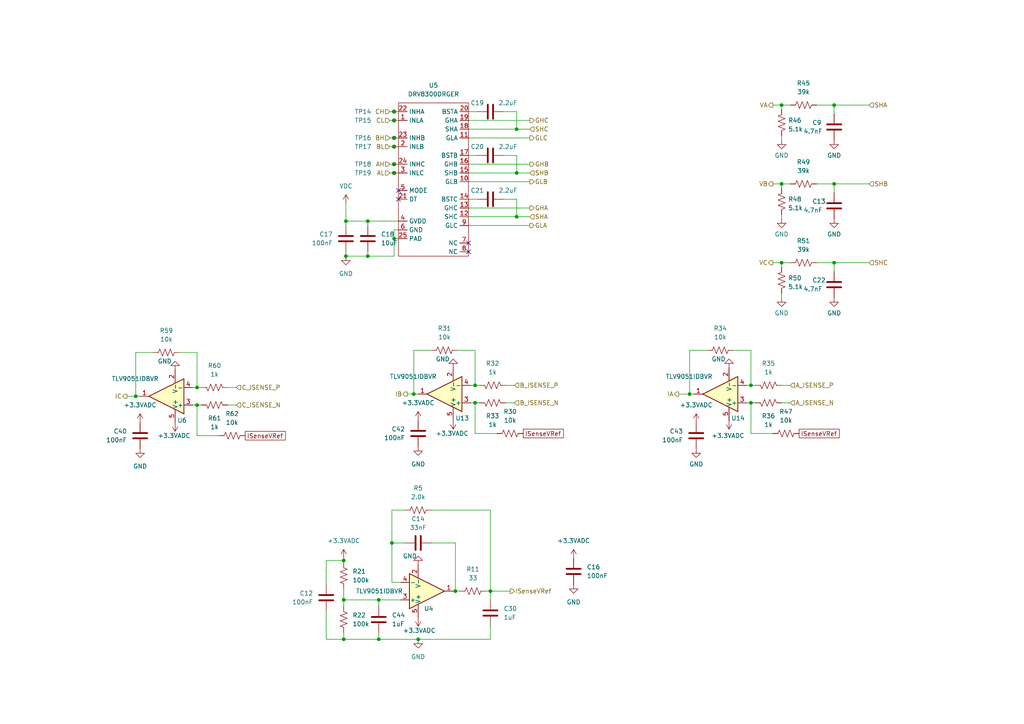
<source format=kicad_sch>
(kicad_sch (version 20230121) (generator eeschema)
  (paper "A4")
  (lib_symbols
    (symbol "Connector:TestPoint_Small" (pin_numbers hide) (pin_names (offset 0.762) hide)
      (property "Reference" "TP" (at 0 3.81 0))
      (property "Value" "TestPoint_Small" (at 0 2.032 0))
      (symbol "TestPoint_Small_0_1"
        (circle (center 0 0) (radius 0.508))
      )
      (symbol "TestPoint_Small_1_1"
        (pin passive line (at 0 0 90) (length 0) (name "1") (number "1"))
      )
    )
    (symbol "Device:C" (pin_numbers hide) (pin_names (offset 0.254))
      (property "Reference" "C" (at 0.635 2.54 0))
      (property "Value" "C" (at 0.635 -2.54 0))
      (symbol "C_0_1"
        (polyline (pts (xy -2.032 -0.762) (xy 2.032 -0.762)) (stroke (width 0.508)))
        (polyline (pts (xy -2.032 0.762) (xy 2.032 0.762)) (stroke (width 0.508)))
      )
      (symbol "C_1_1"
        (pin passive line (at 0 3.81 270) (length 2.794) (name "~") (number "1"))
        (pin passive line (at 0 -3.81 90) (length 2.794) (name "~") (number "2"))
      )
    )
    (symbol "Device:R_US" (pin_numbers hide) (pin_names (offset 0))
      (property "Reference" "R" (at 2.54 0 90))
      (property "Value" "R_US" (at -2.54 0 90))
      (symbol "R_US_0_1"
        (polyline (pts (xy 0 -2.286) (xy 0 -2.54)))
        (polyline (pts (xy 0 2.286) (xy 0 2.54)))
        (polyline (pts (xy 0 -0.762) (xy 1.016 -1.143) (xy 0 -1.524) (xy -1.016 -1.905) (xy 0 -2.286)))
        (polyline (pts (xy 0 0.762) (xy 1.016 0.381) (xy 0 0) (xy -1.016 -0.381) (xy 0 -0.762)))
        (polyline (pts (xy 0 2.286) (xy 1.016 1.905) (xy 0 1.524) (xy -1.016 1.143) (xy 0 0.762)))
      )
      (symbol "R_US_1_1"
        (pin passive line (at 0 3.81 270) (length 1.27) (name "~") (number "1"))
        (pin passive line (at 0 -3.81 90) (length 1.27) (name "~") (number "2"))
      )
    )
    (symbol "GateDrivers:DRV8300DRGER"
      (property "Reference" "U?" (at 0 20.32 0))
      (property "Value" "DRV8300DRGER" (at 0 -26.67 0))
      (symbol "DRV8300DRGER_0_1"
        (rectangle (start -10.16 19.05) (end 10.16 -25.4))
      )
      (symbol "DRV8300DRGER_1_1"
        (pin input line (at -10.16 13.97 0) (length 2.54) (name "INLA") (number "1"))
        (pin output line (at 10.16 -3.81 180) (length 2.54) (name "GLB") (number "10"))
        (pin output line (at 10.16 8.89 180) (length 2.54) (name "GLA") (number "11"))
        (pin input line (at 10.16 -13.97 180) (length 2.54) (name "SHC") (number "12"))
        (pin output line (at 10.16 -11.43 180) (length 2.54) (name "GHC") (number "13"))
        (pin output line (at 10.16 -8.89 180) (length 2.54) (name "BSTC") (number "14"))
        (pin input line (at 10.16 -1.27 180) (length 2.54) (name "SHB") (number "15"))
        (pin output line (at 10.16 1.27 180) (length 2.54) (name "GHB") (number "16"))
        (pin output line (at 10.16 3.81 180) (length 2.54) (name "BSTB") (number "17"))
        (pin input line (at 10.16 11.43 180) (length 2.54) (name "SHA") (number "18"))
        (pin output line (at 10.16 13.97 180) (length 2.54) (name "GHA") (number "19"))
        (pin input line (at -10.16 6.35 0) (length 2.54) (name "INLB") (number "2"))
        (pin output line (at 10.16 16.51 180) (length 2.54) (name "BSTA") (number "20"))
        (pin input line (at -10.16 -8.89 0) (length 2.54) (name "DT") (number "21"))
        (pin input line (at -10.16 16.51 0) (length 2.54) (name "INHA") (number "22"))
        (pin input line (at -10.16 8.89 0) (length 2.54) (name "INHB") (number "23"))
        (pin input line (at -10.16 1.27 0) (length 2.54) (name "INHC") (number "24"))
        (pin passive line (at -10.16 -20.32 0) (length 2.54) (name "PAD") (number "25"))
        (pin input line (at -10.16 -1.27 0) (length 2.54) (name "INLC") (number "3"))
        (pin power_in line (at -10.16 -15.24 0) (length 2.54) (name "GVDD") (number "4"))
        (pin input line (at -10.16 -6.35 0) (length 2.54) (name "MODE") (number "5"))
        (pin passive line (at -10.16 -17.78 0) (length 2.54) (name "GND") (number "6"))
        (pin passive line (at 10.16 -21.59 180) (length 2.54) (name "NC") (number "7"))
        (pin passive line (at 10.16 -24.13 180) (length 2.54) (name "NC") (number "8"))
        (pin output line (at 10.16 -16.51 180) (length 2.54) (name "GLC") (number "9"))
      )
    )
    (symbol "TLV9001IDCK_2" (pin_names (offset 0.127))
      (property "Reference" "U13" (at 0.5206 10.16 0))
      (property "Value" "TLV9001IDCK_2" (at -16.51 3.81 0))
      (symbol "TLV9001IDCK_2_0_1"
        (polyline (pts (xy -2.54 5.08) (xy -2.54 -5.08) (xy 7.62 0) (xy -2.54 5.08)) (stroke (width 0.254)) (fill (type background)))
      )
      (symbol "TLV9001IDCK_2_1_1"
        (pin output line (at 10.16 0 180) (length 2.54) (name "~") (number "1"))
        (pin power_in line (at 0 -7.62 90) (length 3.81) (name "V-") (number "2"))
        (pin input line (at -5.08 2.54 0) (length 2.54) (name "+") (number "3"))
        (pin input line (at -5.08 -2.54 0) (length 2.54) (name "-") (number "4"))
        (pin power_in line (at 0 7.62 270) (length 3.81) (name "V+") (number "5"))
      )
    )
    (symbol "power:+3.3VADC" (power) (pin_names (offset 0))
      (property "Value" "+3.3VADC" (at 0 2.54 0))
      (symbol "+3.3VADC_0_0"
        (pin power_in line (at 0 0 90) (length 0) hide (name "+3.3VADC") (number "1"))
      )
      (symbol "+3.3VADC_0_1"
        (polyline (pts (xy -0.762 1.27) (xy 0 2.54)))
        (polyline (pts (xy 0 0) (xy 0 2.54)))
        (polyline (pts (xy 0 2.54) (xy 0.762 1.27)))
      )
    )
    (symbol "power:GND" (power) (pin_names (offset 0))
      (property "Value" "GND" (at 0 -3.81 0))
      (symbol "GND_0_1"
        (polyline (pts (xy 0 0) (xy 0 -1.27) (xy 1.27 -1.27) (xy 0 -2.54) (xy -1.27 -1.27) (xy 0 -1.27)))
      )
      (symbol "GND_1_1"
        (pin power_in line (at 0 0 270) (length 0) hide (name "GND") (number "1"))
      )
    )
    (symbol "power:VDC" (power) (pin_names (offset 0))
      (property "Value" "VDC" (at 0 6.35 0))
      (symbol "VDC_0_1"
        (polyline (pts (xy -0.762 1.27) (xy 0 2.54)))
        (polyline (pts (xy 0 0) (xy 0 2.54)))
        (polyline (pts (xy 0 2.54) (xy 0.762 1.27)))
      )
      (symbol "VDC_1_1"
        (pin power_in line (at 0 0 90) (length 0) hide (name "VDC") (number "1"))
      )
    )
  )
  (junction (at 109.855 185.42))
  (junction (at 99.695 162.56))
  (junction (at 149.86 37.465))
  (junction (at 114.3 34.925))
  (junction (at 137.795 111.76))
  (junction (at 114.3 47.625))
  (junction (at 113.665 157.48))
  (junction (at 149.86 62.865))
  (junction (at 106.68 74.295))
  (junction (at 149.86 50.165))
  (junction (at 99.695 173.99))
  (junction (at 114.3 50.165))
  (junction (at 217.805 116.84))
  (junction (at 114.3 69.215))
  (junction (at 39.37 114.935))
  (junction (at 106.68 64.135))
  (junction (at 241.935 30.48))
  (junction (at 132.08 171.45))
  (junction (at 57.15 117.475))
  (junction (at 120.015 114.3))
  (junction (at 142.24 171.45))
  (junction (at 57.15 112.395))
  (junction (at 226.695 53.34))
  (junction (at 114.3 32.385))
  (junction (at 100.33 64.135))
  (junction (at 241.935 53.34))
  (junction (at 114.3 42.545))
  (junction (at 137.795 116.84))
  (junction (at 114.3 40.005))
  (junction (at 121.285 185.42))
  (junction (at 226.695 30.48))
  (junction (at 241.935 76.2))
  (junction (at 200.025 114.3))
  (junction (at 100.33 74.295))
  (junction (at 109.855 173.99))
  (junction (at 226.695 76.2))
  (junction (at 217.805 111.76))
  (junction (at 99.695 185.42))
  (no_connect (at 115.57 55.245))
  (no_connect (at 115.57 57.785))
  (no_connect (at 135.89 70.485))
  (no_connect (at 135.89 73.025))
  (wire (pts (xy 113.03 40.005) (xy 114.3 40.005)))
  (wire (pts (xy 205.105 101.6) (xy 200.025 101.6)))
  (wire (pts (xy 114.3 47.625) (xy 115.57 47.625)))
  (wire (pts (xy 100.33 64.135) (xy 100.33 65.405)))
  (wire (pts (xy 113.03 34.925) (xy 114.3 34.925)))
  (wire (pts (xy 114.3 40.005) (xy 115.57 40.005)))
  (wire (pts (xy 135.89 34.925) (xy 153.67 34.925)))
  (wire (pts (xy 217.805 116.84) (xy 219.075 116.84)))
  (wire (pts (xy 121.285 185.42) (xy 142.24 185.42)))
  (wire (pts (xy 217.805 116.84) (xy 217.805 125.73)))
  (wire (pts (xy 200.025 101.6) (xy 200.025 114.3)))
  (wire (pts (xy 132.08 171.45) (xy 133.35 171.45)))
  (wire (pts (xy 135.89 45.085) (xy 138.43 45.085)))
  (wire (pts (xy 131.445 171.45) (xy 132.08 171.45)))
  (wire (pts (xy 135.89 60.325) (xy 153.67 60.325)))
  (wire (pts (xy 114.3 34.925) (xy 115.57 34.925)))
  (wire (pts (xy 109.855 183.515) (xy 109.855 185.42)))
  (wire (pts (xy 149.86 62.865) (xy 153.67 62.865)))
  (wire (pts (xy 94.615 185.42) (xy 99.695 185.42)))
  (wire (pts (xy 106.68 64.135) (xy 115.57 64.135)))
  (wire (pts (xy 226.695 85.09) (xy 226.695 86.36)))
  (wire (pts (xy 224.155 76.2) (xy 226.695 76.2)))
  (wire (pts (xy 100.33 73.025) (xy 100.33 74.295)))
  (wire (pts (xy 217.805 101.6) (xy 217.805 111.76)))
  (wire (pts (xy 226.695 76.2) (xy 226.695 77.47)))
  (wire (pts (xy 114.3 32.385) (xy 115.57 32.385)))
  (wire (pts (xy 55.88 112.395) (xy 57.15 112.395)))
  (wire (pts (xy 146.685 116.84) (xy 149.225 116.84)))
  (wire (pts (xy 236.855 30.48) (xy 241.935 30.48)))
  (wire (pts (xy 52.07 102.235) (xy 57.15 102.235)))
  (wire (pts (xy 99.695 170.815) (xy 99.695 173.99)))
  (wire (pts (xy 113.03 47.625) (xy 114.3 47.625)))
  (wire (pts (xy 113.03 32.385) (xy 114.3 32.385)))
  (wire (pts (xy 226.695 39.37) (xy 226.695 40.64)))
  (wire (pts (xy 224.155 125.73) (xy 217.805 125.73)))
  (wire (pts (xy 212.725 101.6) (xy 217.805 101.6)))
  (wire (pts (xy 149.86 50.165) (xy 153.67 50.165)))
  (wire (pts (xy 135.89 52.705) (xy 153.67 52.705)))
  (wire (pts (xy 135.89 65.405) (xy 153.67 65.405)))
  (wire (pts (xy 135.89 62.865) (xy 149.86 62.865)))
  (wire (pts (xy 226.695 53.34) (xy 226.695 54.61)))
  (wire (pts (xy 55.88 117.475) (xy 57.15 117.475)))
  (wire (pts (xy 224.155 53.34) (xy 226.695 53.34)))
  (wire (pts (xy 135.89 57.785) (xy 138.43 57.785)))
  (wire (pts (xy 135.89 47.625) (xy 153.67 47.625)))
  (wire (pts (xy 149.86 32.385) (xy 149.86 37.465)))
  (wire (pts (xy 226.695 30.48) (xy 226.695 31.75)))
  (wire (pts (xy 216.535 116.84) (xy 217.805 116.84)))
  (wire (pts (xy 241.935 76.2) (xy 252.095 76.2)))
  (wire (pts (xy 57.15 117.475) (xy 58.42 117.475)))
  (wire (pts (xy 113.665 157.48) (xy 117.475 157.48)))
  (wire (pts (xy 94.615 162.56) (xy 99.695 162.56)))
  (wire (pts (xy 117.475 147.955) (xy 113.665 147.955)))
  (wire (pts (xy 109.855 175.895) (xy 109.855 173.99)))
  (wire (pts (xy 116.205 168.91) (xy 113.665 168.91)))
  (wire (pts (xy 241.935 30.48) (xy 241.935 33.02)))
  (wire (pts (xy 142.24 171.45) (xy 147.955 171.45)))
  (wire (pts (xy 57.15 112.395) (xy 58.42 112.395)))
  (wire (pts (xy 109.855 173.99) (xy 116.205 173.99)))
  (wire (pts (xy 44.45 102.235) (xy 39.37 102.235)))
  (wire (pts (xy 226.695 76.2) (xy 229.235 76.2)))
  (wire (pts (xy 226.695 62.23) (xy 226.695 63.5)))
  (wire (pts (xy 114.3 50.165) (xy 115.57 50.165)))
  (wire (pts (xy 100.33 64.135) (xy 106.68 64.135)))
  (wire (pts (xy 137.795 101.6) (xy 137.795 111.76)))
  (wire (pts (xy 149.86 57.785) (xy 149.86 62.865)))
  (wire (pts (xy 125.095 147.955) (xy 142.24 147.955)))
  (wire (pts (xy 118.11 114.3) (xy 120.015 114.3)))
  (wire (pts (xy 146.05 57.785) (xy 149.86 57.785)))
  (wire (pts (xy 226.695 30.48) (xy 229.235 30.48)))
  (wire (pts (xy 66.04 112.395) (xy 68.58 112.395)))
  (wire (pts (xy 149.86 37.465) (xy 153.67 37.465)))
  (wire (pts (xy 135.89 40.005) (xy 153.67 40.005)))
  (wire (pts (xy 109.855 185.42) (xy 121.285 185.42)))
  (wire (pts (xy 66.04 117.475) (xy 68.58 117.475)))
  (wire (pts (xy 216.535 111.76) (xy 217.805 111.76)))
  (wire (pts (xy 146.685 111.76) (xy 149.225 111.76)))
  (wire (pts (xy 109.855 173.99) (xy 99.695 173.99)))
  (wire (pts (xy 241.935 30.48) (xy 252.095 30.48)))
  (wire (pts (xy 132.715 101.6) (xy 137.795 101.6)))
  (wire (pts (xy 99.695 173.99) (xy 99.695 175.895)))
  (wire (pts (xy 114.3 42.545) (xy 115.57 42.545)))
  (wire (pts (xy 120.015 101.6) (xy 120.015 114.3)))
  (wire (pts (xy 63.5 126.365) (xy 57.15 126.365)))
  (wire (pts (xy 99.695 185.42) (xy 109.855 185.42)))
  (wire (pts (xy 39.37 114.935) (xy 40.64 114.935)))
  (wire (pts (xy 144.145 125.73) (xy 137.795 125.73)))
  (wire (pts (xy 99.695 183.515) (xy 99.695 185.42)))
  (wire (pts (xy 106.68 74.295) (xy 114.3 74.295)))
  (wire (pts (xy 99.695 162.56) (xy 99.695 161.925)))
  (wire (pts (xy 142.24 171.45) (xy 142.24 173.99)))
  (wire (pts (xy 100.33 74.295) (xy 106.68 74.295)))
  (wire (pts (xy 236.855 53.34) (xy 241.935 53.34)))
  (wire (pts (xy 140.97 171.45) (xy 142.24 171.45)))
  (wire (pts (xy 149.86 45.085) (xy 149.86 50.165)))
  (wire (pts (xy 36.83 114.935) (xy 39.37 114.935)))
  (wire (pts (xy 200.025 114.3) (xy 201.295 114.3)))
  (wire (pts (xy 113.03 50.165) (xy 114.3 50.165)))
  (wire (pts (xy 120.015 114.3) (xy 121.285 114.3)))
  (wire (pts (xy 142.24 181.61) (xy 142.24 185.42)))
  (wire (pts (xy 100.33 59.055) (xy 100.33 64.135)))
  (wire (pts (xy 135.89 32.385) (xy 138.43 32.385)))
  (wire (pts (xy 135.89 37.465) (xy 149.86 37.465)))
  (wire (pts (xy 217.805 111.76) (xy 219.075 111.76)))
  (wire (pts (xy 57.15 102.235) (xy 57.15 112.395)))
  (wire (pts (xy 106.68 64.135) (xy 106.68 65.405)))
  (wire (pts (xy 241.935 76.2) (xy 241.935 78.74)))
  (wire (pts (xy 236.855 76.2) (xy 241.935 76.2)))
  (wire (pts (xy 146.05 45.085) (xy 149.86 45.085)))
  (wire (pts (xy 114.3 74.295) (xy 114.3 69.215)))
  (wire (pts (xy 94.615 169.545) (xy 94.615 162.56)))
  (wire (pts (xy 125.095 157.48) (xy 132.08 157.48)))
  (wire (pts (xy 114.3 69.215) (xy 115.57 69.215)))
  (wire (pts (xy 135.89 50.165) (xy 149.86 50.165)))
  (wire (pts (xy 224.155 30.48) (xy 226.695 30.48)))
  (wire (pts (xy 125.095 101.6) (xy 120.015 101.6)))
  (wire (pts (xy 113.665 147.955) (xy 113.665 157.48)))
  (wire (pts (xy 137.795 111.76) (xy 139.065 111.76)))
  (wire (pts (xy 114.3 69.215) (xy 114.3 66.675)))
  (wire (pts (xy 114.3 66.675) (xy 115.57 66.675)))
  (wire (pts (xy 137.795 116.84) (xy 139.065 116.84)))
  (wire (pts (xy 142.24 147.955) (xy 142.24 171.45)))
  (wire (pts (xy 226.695 116.84) (xy 229.235 116.84)))
  (wire (pts (xy 226.695 53.34) (xy 229.235 53.34)))
  (wire (pts (xy 226.695 111.76) (xy 229.235 111.76)))
  (wire (pts (xy 241.935 53.34) (xy 241.935 55.88)))
  (wire (pts (xy 146.05 32.385) (xy 149.86 32.385)))
  (wire (pts (xy 99.695 162.56) (xy 99.695 163.195)))
  (wire (pts (xy 136.525 116.84) (xy 137.795 116.84)))
  (wire (pts (xy 106.68 73.025) (xy 106.68 74.295)))
  (wire (pts (xy 196.85 114.3) (xy 200.025 114.3)))
  (wire (pts (xy 136.525 111.76) (xy 137.795 111.76)))
  (wire (pts (xy 241.935 53.34) (xy 252.095 53.34)))
  (wire (pts (xy 39.37 102.235) (xy 39.37 114.935)))
  (wire (pts (xy 113.03 42.545) (xy 114.3 42.545)))
  (wire (pts (xy 57.15 117.475) (xy 57.15 126.365)))
  (wire (pts (xy 94.615 177.165) (xy 94.615 185.42)))
  (wire (pts (xy 132.08 157.48) (xy 132.08 171.45)))
  (wire (pts (xy 137.795 116.84) (xy 137.795 125.73)))
  (wire (pts (xy 113.665 157.48) (xy 113.665 168.91)))
  (global_label "ISenseVRef" (shape passive) (at 231.775 125.73 0) (property "Intersheetrefs" "${INTERSHEET_REFS}" (effects hide)))
  (global_label "ISenseVRef" (shape passive) (at 71.12 126.365 0) (property "Intersheetrefs" "${INTERSHEET_REFS}" (effects hide)))
  (global_label "ISenseVRef" (shape passive) (at 151.765 125.73 0) (property "Intersheetrefs" "${INTERSHEET_REFS}" (effects hide)))
  (hierarchical_label "A_ISENSE_P" (shape input) (at 229.235 111.76 0))
  (hierarchical_label "SHB" (shape input) (at 153.67 50.165 0))
  (hierarchical_label "CH" (shape input) (at 113.03 32.385 180))
  (hierarchical_label "IB" (shape output) (at 118.11 114.3 180))
  (hierarchical_label "SHA" (shape input) (at 252.095 30.48 0))
  (hierarchical_label "GLB" (shape output) (at 153.67 52.705 0))
  (hierarchical_label "SHB" (shape input) (at 252.095 53.34 0))
  (hierarchical_label "GLA" (shape output) (at 153.67 65.405 0))
  (hierarchical_label "IC" (shape output) (at 36.83 114.935 180))
  (hierarchical_label "SHC" (shape input) (at 153.67 37.465 0))
  (hierarchical_label "BH" (shape input) (at 113.03 40.005 180))
  (hierarchical_label "C_ISENSE_P" (shape input) (at 68.58 112.395 0))
  (hierarchical_label "BL" (shape input) (at 113.03 42.545 180))
  (hierarchical_label "GHC" (shape output) (at 153.67 34.925 0))
  (hierarchical_label "GHA" (shape output) (at 153.67 60.325 0))
  (hierarchical_label "ISenseVRef" (shape output) (at 147.955 171.45 0))
  (hierarchical_label "IA" (shape output) (at 196.85 114.3 180))
  (hierarchical_label "SHA" (shape input) (at 153.67 62.865 0))
  (hierarchical_label "GHB" (shape output) (at 153.67 47.625 0))
  (hierarchical_label "VA" (shape output) (at 224.155 30.48 180))
  (hierarchical_label "C_ISENSE_N" (shape input) (at 68.58 117.475 0))
  (hierarchical_label "VB" (shape output) (at 224.155 53.34 180))
  (hierarchical_label "A_ISENSE_N" (shape input) (at 229.235 116.84 0))
  (hierarchical_label "AH" (shape input) (at 113.03 47.625 180))
  (hierarchical_label "B_ISENSE_N" (shape input) (at 149.225 116.84 0))
  (hierarchical_label "CL" (shape input) (at 113.03 34.925 180))
  (hierarchical_label "VC" (shape output) (at 224.155 76.2 180))
  (hierarchical_label "SHC" (shape input) (at 252.095 76.2 0))
  (hierarchical_label "B_ISENSE_P" (shape input) (at 149.225 111.76 0))
  (hierarchical_label "AL" (shape input) (at 113.03 50.165 180))
  (hierarchical_label "GLC" (shape output) (at 153.67 40.005 0))
  (symbol (lib_id "power:GND") (at 201.93 130.175 0) (mirror y) (unit 1)
    (property "Reference" "#PWR081" (effects hide))
    (property "Value" "GND" (at 201.93 134.62 0))
  )
  (symbol (lib_id "Device:C") (at 142.24 177.8 0) (unit 1)
    (property "Reference" "C30" (at 146.05 176.5299 0) (effects (justify left)))
    (property "Value" "1uF" (at 146.05 179.0699 0) (effects (justify left)))
    (property "Footprint" "Capacitor_SMD:C_0402_1005Metric" (effects hide))
    (property "LCSC" "C52923" (effects hide))
  )
  (symbol (lib_id "power:+3.3VADC") (at 40.64 122.555 0) (mirror y) (unit 1)
    (property "Reference" "#PWR093" (effects hide))
    (property "Value" "+3.3VADC" (at 40.64 117.475 0))
  )
  (symbol (lib_id "Device:C") (at 241.935 82.55 180) (unit 1)
    (property "Reference" "C22" (at 235.585 81.28 0) (effects (justify right)))
    (property "Value" "4.7nF" (at 233.045 83.82 0) (effects (justify right)))
    (property "Footprint" "Capacitor_SMD:C_0402_1005Metric" (effects hide))
    (property "LCSC" "C1538" (effects hide))
  )
  (symbol (lib_id "Device:R_US") (at 227.965 125.73 90) (unit 1)
    (property "Reference" "R47" (at 227.965 119.38 90))
    (property "Value" "10k" (at 227.965 121.92 90))
    (property "Footprint" "Resistor_SMD:R_0402_1005Metric" (effects hide))
    (property "LCSC" "C25744" (effects hide))
  )
  (symbol (lib_id "Device:C") (at 121.285 125.73 0) (mirror y) (unit 1)
    (property "Reference" "C42" (at 117.475 124.4599 0) (effects (justify left)))
    (property "Value" "100nF" (at 117.475 126.9999 0) (effects (justify left)))
    (property "Footprint" "Capacitor_SMD:C_0402_1005Metric" (effects hide))
    (property "LCSC" "C307331" (effects hide))
  )
  (symbol (lib_id "Device:R_US") (at 233.045 76.2 90) (unit 1)
    (property "Reference" "R51" (at 233.045 69.85 90))
    (property "Value" "39k" (at 233.045 72.39 90))
    (property "Footprint" "Resistor_SMD:R_0402_1005Metric" (effects hide))
    (property "LCSC" "C25783" (effects hide))
  )
  (symbol (lib_id "Device:R_US") (at 99.695 167.005 180) (unit 1)
    (property "Reference" "R21" (at 102.235 165.7349 0) (effects (justify right)))
    (property "Value" "100k" (at 102.235 168.2749 0) (effects (justify right)))
    (property "Footprint" "Resistor_SMD:R_0402_1005Metric" (effects hide))
    (property "LCSC" "C25741" (effects hide))
  )
  (symbol (lib_name "TLV9001IDCK_2") (lib_id "Amplifier_Operational:TLV9001IDCK") (at 50.8 114.935 180) (unit 1)
    (property "Reference" "U6" (at 51.435 121.92 0) (effects (justify right)))
    (property "Value" "TLV9051IDBVR" (at 32.385 109.855 0) (effects (justify right)))
    (property "Footprint" "Package_TO_SOT_SMD:SOT-23-5" (effects hide))
    (property "Datasheet" "https://www.ti.com/lit/ds/symlink/tlv9051.pdf" (effects hide))
    (property "LCSC" "C1849429" (effects hide))
  )
  (symbol (lib_id "power:GND") (at 166.37 169.545 0) (unit 1)
    (property "Reference" "#PWR066" (effects hide))
    (property "Value" "GND" (at 166.37 174.625 0))
  )
  (symbol (lib_id "Device:R_US") (at 137.16 171.45 270) (unit 1)
    (property "Reference" "R11" (at 137.16 165.1 90))
    (property "Value" "33" (at 137.16 167.64 90))
    (property "Footprint" "Resistor_SMD:R_0402_1005Metric" (effects hide))
    (property "LCSC" "C25105" (effects hide))
  )
  (symbol (lib_id "Device:R_US") (at 226.695 58.42 0) (mirror y) (unit 1)
    (property "Reference" "R48" (at 228.6 57.785 0) (effects (justify right)))
    (property "Value" "5.1k" (at 228.6 60.325 0) (effects (justify right)))
    (property "Footprint" "Resistor_SMD:R_0402_1005Metric" (effects hide))
    (property "LCSC" "C25905" (effects hide))
  )
  (symbol (lib_id "Device:R_US") (at 99.695 179.705 180) (unit 1)
    (property "Reference" "R22" (at 102.235 178.4349 0) (effects (justify right)))
    (property "Value" "100k" (at 102.235 180.9749 0) (effects (justify right)))
    (property "Footprint" "Resistor_SMD:R_0402_1005Metric" (effects hide))
    (property "LCSC" "C25741" (effects hide))
  )
  (symbol (lib_id "GateDrivers:DRV8300DRGER") (at 125.73 48.895 0) (unit 1)
    (property "Reference" "U5" (at 125.73 24.765 0))
    (property "Value" "DRV8300DRGER" (at 125.73 27.305 0))
    (property "Footprint" "Package_DFN_QFN:VQFN-24-1EP_4x4mm_P0.5mm_EP2.45x2.45mm" (effects hide))
    (property "Datasheet" "https://www.ti.com/lit/ds/symlink/drv8300.pdf?HQS=dis-dk-null-digikeymode-dsf-pf-null-wwe&ts=1661717575056" (effects hide))
    (property "DigiKey" "296-DRV8300DRGERCT-ND" (effects hide))
  )
  (symbol (lib_id "Connector:TestPoint_Small") (at 114.3 32.385 0) (unit 1)
    (property "Reference" "TP14" (at 102.87 32.385 0) (effects (justify left)))
    (property "Value" "AH" (effects hide))
    (property "Footprint" "TestPoint:TestPoint_Pad_D1.0mm" (effects hide))
    (property "DigiKey" "N/A" (effects hide))
  )
  (symbol (lib_id "power:GND") (at 226.695 86.36 0) (mirror y) (unit 1)
    (property "Reference" "#PWR086" (effects hide))
    (property "Value" "GND" (at 226.695 90.805 0))
  )
  (symbol (lib_id "Device:C") (at 100.33 69.215 0) (mirror x) (unit 1)
    (property "Reference" "C17" (at 96.52 67.9449 0) (effects (justify right)))
    (property "Value" "100nF" (at 96.52 70.4849 0) (effects (justify right)))
    (property "Footprint" "Capacitor_SMD:C_0402_1005Metric" (effects hide))
    (property "LCSC" "C307331" (effects hide))
  )
  (symbol (lib_id "power:+3.3VADC") (at 131.445 121.92 180) (unit 1)
    (property "Reference" "#PWR079" (effects hide))
    (property "Value" "+3.3VADC" (at 126.365 125.73 0) (effects (justify right)))
  )
  (symbol (lib_id "power:GND") (at 241.935 40.64 0) (mirror y) (unit 1)
    (property "Reference" "#PWR020" (effects hide))
    (property "Value" "GND" (at 241.935 45.085 0))
  )
  (symbol (lib_id "Device:R_US") (at 233.045 30.48 90) (unit 1)
    (property "Reference" "R45" (at 233.045 24.13 90))
    (property "Value" "39k" (at 233.045 26.67 90))
    (property "Footprint" "Resistor_SMD:R_0402_1005Metric" (effects hide))
    (property "LCSC" "C25783" (effects hide))
  )
  (symbol (lib_id "Device:R_US") (at 62.23 112.395 270) (mirror x) (unit 1)
    (property "Reference" "R60" (at 62.23 106.045 90))
    (property "Value" "1k" (at 62.23 108.585 90))
    (property "Footprint" "Resistor_SMD:R_0402_1005Metric" (effects hide))
    (property "LCSC" "C11702" (effects hide))
  )
  (symbol (lib_id "Device:C") (at 142.24 45.085 90) (unit 1)
    (property "Reference" "C20" (at 138.43 42.545 90))
    (property "Value" "2.2uF" (at 147.32 42.545 90))
    (property "Footprint" "Capacitor_SMD:C_0805_2012Metric" (effects hide))
    (property "LCSC" "C49217" (effects hide))
  )
  (symbol (lib_id "power:GND") (at 241.935 63.5 0) (mirror y) (unit 1)
    (property "Reference" "#PWR035" (effects hide))
    (property "Value" "GND" (at 241.935 67.945 0))
  )
  (symbol (lib_id "power:VDC") (at 100.33 59.055 0) (unit 1)
    (property "Reference" "#PWR025" (effects hide))
    (property "Value" "VDC" (at 100.33 53.975 0))
  )
  (symbol (lib_id "Device:C") (at 241.935 59.69 180) (unit 1)
    (property "Reference" "C13" (at 235.585 58.42 0) (effects (justify right)))
    (property "Value" "4.7nF" (at 233.045 60.96 0) (effects (justify right)))
    (property "Footprint" "Capacitor_SMD:C_0402_1005Metric" (effects hide))
    (property "LCSC" "C1538" (effects hide))
  )
  (symbol (lib_id "power:GND") (at 121.285 185.42 0) (unit 1)
    (property "Reference" "#PWR018" (effects hide))
    (property "Value" "GND" (at 121.285 190.5 0))
  )
  (symbol (lib_name "TLV9001IDCK_2") (lib_id "Amplifier_Operational:TLV9001IDCK") (at 121.285 171.45 0) (mirror x) (unit 1)
    (property "Reference" "U4" (at 125.73 176.53 0) (effects (justify right)))
    (property "Value" "TLV9051IDBVR" (at 116.84 171.45 0) (effects (justify right)))
    (property "Footprint" "Package_TO_SOT_SMD:SOT-23-5" (effects hide))
    (property "Datasheet" "https://www.ti.com/lit/ds/symlink/tlv9051.pdf" (effects hide))
    (property "LCSC" "C1849429" (effects hide))
  )
  (symbol (lib_id "Connector:TestPoint_Small") (at 114.3 42.545 0) (unit 1)
    (property "Reference" "TP17" (at 102.87 42.545 0) (effects (justify left)))
    (property "Value" "BL" (effects hide))
    (property "Footprint" "TestPoint:TestPoint_Pad_D1.0mm" (effects hide))
    (property "DigiKey" "N/A" (effects hide))
  )
  (symbol (lib_id "power:GND") (at 100.33 74.295 0) (unit 1)
    (property "Reference" "#PWR026" (effects hide))
    (property "Value" "GND" (at 100.33 79.375 0))
  )
  (symbol (lib_id "Device:C") (at 166.37 165.735 0) (unit 1)
    (property "Reference" "C16" (at 170.18 164.4649 0) (effects (justify left)))
    (property "Value" "100nF" (at 170.18 167.0049 0) (effects (justify left)))
    (property "Footprint" "Capacitor_SMD:C_0402_1005Metric" (effects hide))
    (property "LCSC" "C307331" (effects hide))
  )
  (symbol (lib_id "power:GND") (at 131.445 106.68 180) (unit 1)
    (property "Reference" "#PWR078" (effects hide))
    (property "Value" "GND" (at 126.365 104.14 0) (effects (justify right)))
  )
  (symbol (lib_id "Device:R_US") (at 208.915 101.6 90) (unit 1)
    (property "Reference" "R34" (at 208.915 95.25 90))
    (property "Value" "10k" (at 208.915 97.79 90))
    (property "Footprint" "Resistor_SMD:R_0402_1005Metric" (effects hide))
    (property "LCSC" "C25744" (effects hide))
  )
  (symbol (lib_id "Device:R_US") (at 128.905 101.6 90) (unit 1)
    (property "Reference" "R31" (at 128.905 95.25 90))
    (property "Value" "10k" (at 128.905 97.79 90))
    (property "Footprint" "Resistor_SMD:R_0402_1005Metric" (effects hide))
    (property "LCSC" "C25744" (effects hide))
  )
  (symbol (lib_id "power:+3.3VADC") (at 99.695 161.925 0) (unit 1)
    (property "Reference" "#PWR017" (effects hide))
    (property "Value" "+3.3VADC" (at 99.695 156.845 0))
  )
  (symbol (lib_id "power:+3.3VADC") (at 121.285 179.07 180) (unit 1)
    (property "Reference" "#PWR073" (effects hide))
    (property "Value" "+3.3VADC" (at 116.84 182.88 0) (effects (justify right)))
  )
  (symbol (lib_id "Connector:TestPoint_Small") (at 114.3 40.005 0) (unit 1)
    (property "Reference" "TP16" (at 102.87 40.005 0) (effects (justify left)))
    (property "Value" "BH" (effects hide))
    (property "Footprint" "TestPoint:TestPoint_Pad_D1.0mm" (effects hide))
    (property "DigiKey" "N/A" (effects hide))
  )
  (symbol (lib_id "power:+3.3VADC") (at 121.285 121.92 0) (mirror y) (unit 1)
    (property "Reference" "#PWR076" (effects hide))
    (property "Value" "+3.3VADC" (at 121.285 116.84 0))
  )
  (symbol (lib_id "Device:R_US") (at 48.26 102.235 90) (unit 1)
    (property "Reference" "R59" (at 48.26 95.885 90))
    (property "Value" "10k" (at 48.26 98.425 90))
    (property "Footprint" "Resistor_SMD:R_0402_1005Metric" (effects hide))
    (property "LCSC" "C25744" (effects hide))
  )
  (symbol (lib_name "TLV9001IDCK_2") (lib_id "Amplifier_Operational:TLV9001IDCK") (at 211.455 114.3 180) (unit 1)
    (property "Reference" "U14" (at 212.09 121.285 0) (effects (justify right)))
    (property "Value" "TLV9051IDBVR" (at 193.04 109.22 0) (effects (justify right)))
    (property "Footprint" "Package_TO_SOT_SMD:SOT-23-5" (effects hide))
    (property "Datasheet" "https://www.ti.com/lit/ds/symlink/tlv9051.pdf" (effects hide))
    (property "LCSC" "C1849429" (effects hide))
  )
  (symbol (lib_id "Device:R_US") (at 142.875 116.84 270) (mirror x) (unit 1)
    (property "Reference" "R33" (at 142.875 120.65 90))
    (property "Value" "1k" (at 142.875 123.19 90))
    (property "Footprint" "Resistor_SMD:R_0402_1005Metric" (effects hide))
    (property "LCSC" "C11702" (effects hide))
  )
  (symbol (lib_id "power:GND") (at 50.8 107.315 180) (unit 1)
    (property "Reference" "#PWR095" (effects hide))
    (property "Value" "GND" (at 45.72 104.775 0) (effects (justify right)))
  )
  (symbol (lib_id "Device:R_US") (at 142.875 111.76 270) (mirror x) (unit 1)
    (property "Reference" "R32" (at 142.875 105.41 90))
    (property "Value" "1k" (at 142.875 107.95 90))
    (property "Footprint" "Resistor_SMD:R_0402_1005Metric" (effects hide))
    (property "LCSC" "C11702" (effects hide))
  )
  (symbol (lib_id "power:+3.3VADC") (at 201.93 122.555 0) (mirror y) (unit 1)
    (property "Reference" "#PWR080" (effects hide))
    (property "Value" "+3.3VADC" (at 201.93 117.475 0))
  )
  (symbol (lib_id "power:GND") (at 121.285 163.83 180) (unit 1)
    (property "Reference" "#PWR070" (effects hide))
    (property "Value" "GND" (at 116.84 161.29 0) (effects (justify right)))
  )
  (symbol (lib_id "Device:R_US") (at 222.885 116.84 270) (mirror x) (unit 1)
    (property "Reference" "R36" (at 222.885 120.65 90))
    (property "Value" "1k" (at 222.885 123.19 90))
    (property "Footprint" "Resistor_SMD:R_0402_1005Metric" (effects hide))
    (property "LCSC" "C11702" (effects hide))
  )
  (symbol (lib_id "power:+3.3VADC") (at 50.8 122.555 180) (unit 1)
    (property "Reference" "#PWR096" (effects hide))
    (property "Value" "+3.3VADC" (at 45.72 126.365 0) (effects (justify right)))
  )
  (symbol (lib_id "power:GND") (at 226.695 40.64 0) (mirror y) (unit 1)
    (property "Reference" "#PWR074" (effects hide))
    (property "Value" "GND" (at 226.695 45.085 0))
  )
  (symbol (lib_id "Connector:TestPoint_Small") (at 114.3 47.625 0) (unit 1)
    (property "Reference" "TP18" (at 102.87 47.625 0) (effects (justify left)))
    (property "Value" "CH" (effects hide))
    (property "Footprint" "TestPoint:TestPoint_Pad_D1.0mm" (effects hide))
    (property "DigiKey" "N/A" (effects hide))
  )
  (symbol (lib_id "Device:C") (at 106.68 69.215 0) (unit 1)
    (property "Reference" "C18" (at 110.49 67.9449 0) (effects (justify left)))
    (property "Value" "10uF" (at 110.49 70.4849 0) (effects (justify left)))
    (property "Footprint" "Capacitor_SMD:C_0805_2012Metric" (effects hide))
    (property "LCSC" "C440198" (effects hide))
  )
  (symbol (lib_id "power:GND") (at 121.285 129.54 0) (mirror y) (unit 1)
    (property "Reference" "#PWR077" (effects hide))
    (property "Value" "GND" (at 121.285 134.62 0))
  )
  (symbol (lib_id "Device:C") (at 201.93 126.365 0) (mirror y) (unit 1)
    (property "Reference" "C43" (at 198.12 125.0949 0) (effects (justify left)))
    (property "Value" "100nF" (at 198.12 127.6349 0) (effects (justify left)))
    (property "Footprint" "Capacitor_SMD:C_0402_1005Metric" (effects hide))
    (property "LCSC" "C307331" (effects hide))
  )
  (symbol (lib_id "Device:C") (at 241.935 36.83 180) (unit 1)
    (property "Reference" "C9" (at 235.585 35.56 0) (effects (justify right)))
    (property "Value" "4.7nF" (at 233.045 38.1 0) (effects (justify right)))
    (property "Footprint" "Capacitor_SMD:C_0402_1005Metric" (effects hide))
    (property "LCSC" "C1538" (effects hide))
  )
  (symbol (lib_id "Device:R_US") (at 222.885 111.76 270) (mirror x) (unit 1)
    (property "Reference" "R35" (at 222.885 105.41 90))
    (property "Value" "1k" (at 222.885 107.95 90))
    (property "Footprint" "Resistor_SMD:R_0402_1005Metric" (effects hide))
    (property "LCSC" "C11702" (effects hide))
  )
  (symbol (lib_id "Device:R_US") (at 62.23 117.475 270) (mirror x) (unit 1)
    (property "Reference" "R61" (at 62.23 121.285 90))
    (property "Value" "1k" (at 62.23 123.825 90))
    (property "Footprint" "Resistor_SMD:R_0402_1005Metric" (effects hide))
    (property "LCSC" "C11702" (effects hide))
  )
  (symbol (lib_id "Device:R_US") (at 226.695 35.56 0) (mirror y) (unit 1)
    (property "Reference" "R46" (at 228.6 34.925 0) (effects (justify right)))
    (property "Value" "5.1k" (at 228.6 37.465 0) (effects (justify right)))
    (property "Footprint" "Resistor_SMD:R_0402_1005Metric" (effects hide))
    (property "LCSC" "C25905" (effects hide))
  )
  (symbol (lib_id "power:+3.3VADC") (at 211.455 121.92 180) (unit 1)
    (property "Reference" "#PWR085" (effects hide))
    (property "Value" "+3.3VADC" (at 206.375 126.365 0) (effects (justify right)))
  )
  (symbol (lib_id "Device:R_US") (at 233.045 53.34 90) (unit 1)
    (property "Reference" "R49" (at 233.045 46.99 90))
    (property "Value" "39k" (at 233.045 49.53 90))
    (property "Footprint" "Resistor_SMD:R_0402_1005Metric" (effects hide))
    (property "LCSC" "C25783" (effects hide))
  )
  (symbol (lib_id "power:GND") (at 40.64 130.175 0) (mirror y) (unit 1)
    (property "Reference" "#PWR094" (effects hide))
    (property "Value" "GND" (at 40.64 135.255 0))
  )
  (symbol (lib_name "TLV9001IDCK_2") (lib_id "Amplifier_Operational:TLV9001IDCK") (at 131.445 114.3 180) (unit 1)
    (property "Reference" "U13" (at 132.08 121.285 0) (effects (justify right)))
    (property "Value" "TLV9051IDBVR" (at 113.03 109.22 0) (effects (justify right)))
    (property "Footprint" "Package_TO_SOT_SMD:SOT-23-5" (effects hide))
    (property "Datasheet" "https://www.ti.com/lit/ds/symlink/tlv9051.pdf" (effects hide))
    (property "LCSC" "C1849429" (effects hide))
  )
  (symbol (lib_id "Connector:TestPoint_Small") (at 114.3 34.925 0) (unit 1)
    (property "Reference" "TP15" (at 102.87 34.925 0) (effects (justify left)))
    (property "Value" "AL" (effects hide))
    (property "Footprint" "TestPoint:TestPoint_Pad_D1.0mm" (effects hide))
    (property "DigiKey" "N/A" (effects hide))
  )
  (symbol (lib_id "power:+3.3VADC") (at 166.37 161.925 0) (unit 1)
    (property "Reference" "#PWR065" (effects hide))
    (property "Value" "+3.3VADC" (at 166.37 156.845 0))
  )
  (symbol (lib_id "power:GND") (at 226.695 63.5 0) (mirror y) (unit 1)
    (property "Reference" "#PWR075" (effects hide))
    (property "Value" "GND" (at 226.695 67.945 0))
  )
  (symbol (lib_id "Device:C") (at 109.855 179.705 0) (unit 1)
    (property "Reference" "C44" (at 113.665 178.4349 0) (effects (justify left)))
    (property "Value" "1uF" (at 113.665 180.9749 0) (effects (justify left)))
    (property "Footprint" "Capacitor_SMD:C_0402_1005Metric" (effects hide))
    (property "LCSC" "C52923" (effects hide))
  )
  (symbol (lib_id "Device:R_US") (at 121.285 147.955 270) (unit 1)
    (property "Reference" "R5" (at 121.285 141.605 90))
    (property "Value" "2.0k" (at 121.285 144.145 90))
    (property "Footprint" "Resistor_SMD:R_0402_1005Metric" (effects hide))
    (property "LCSC" "C4109" (effects hide))
  )
  (symbol (lib_id "Device:C") (at 142.24 57.785 90) (unit 1)
    (property "Reference" "C21" (at 138.43 55.245 90))
    (property "Value" "2.2uF" (at 147.32 55.245 90))
    (property "Footprint" "Capacitor_SMD:C_0805_2012Metric" (effects hide))
    (property "LCSC" "C49217" (effects hide))
  )
  (symbol (lib_id "Device:R_US") (at 67.31 126.365 90) (unit 1)
    (property "Reference" "R62" (at 67.31 120.015 90))
    (property "Value" "10k" (at 67.31 122.555 90))
    (property "Footprint" "Resistor_SMD:R_0402_1005Metric" (effects hide))
    (property "LCSC" "C25744" (effects hide))
  )
  (symbol (lib_id "Connector:TestPoint_Small") (at 114.3 50.165 0) (unit 1)
    (property "Reference" "TP19" (at 102.87 50.165 0) (effects (justify left)))
    (property "Value" "CL" (effects hide))
    (property "Footprint" "TestPoint:TestPoint_Pad_D1.0mm" (effects hide))
    (property "DigiKey" "N/A" (effects hide))
  )
  (symbol (lib_id "Device:R_US") (at 147.955 125.73 90) (unit 1)
    (property "Reference" "R30" (at 147.955 119.38 90))
    (property "Value" "10k" (at 147.955 121.92 90))
    (property "Footprint" "Resistor_SMD:R_0402_1005Metric" (effects hide))
    (property "LCSC" "C25744" (effects hide))
  )
  (symbol (lib_id "Device:C") (at 142.24 32.385 90) (unit 1)
    (property "Reference" "C19" (at 138.43 29.845 90))
    (property "Value" "2.2uF" (at 147.32 29.845 90))
    (property "Footprint" "Capacitor_SMD:C_0805_2012Metric" (effects hide))
    (property "LCSC" "C49217" (effects hide))
  )
  (symbol (lib_id "Device:C") (at 40.64 126.365 0) (mirror y) (unit 1)
    (property "Reference" "C40" (at 36.83 125.0949 0) (effects (justify left)))
    (property "Value" "100nF" (at 36.83 127.6349 0) (effects (justify left)))
    (property "Footprint" "Capacitor_SMD:C_0402_1005Metric" (effects hide))
    (property "LCSC" "C307331" (effects hide))
  )
  (symbol (lib_id "power:GND") (at 211.455 106.68 180) (unit 1)
    (property "Reference" "#PWR082" (effects hide))
    (property "Value" "GND" (at 206.375 104.14 0) (effects (justify right)))
  )
  (symbol (lib_id "Device:C") (at 121.285 157.48 90) (unit 1)
    (property "Reference" "C14" (at 121.285 150.495 90))
    (property "Value" "33nF" (at 121.285 153.035 90))
    (property "Footprint" "Capacitor_SMD:C_0402_1005Metric" (effects hide))
    (property "LCSC" "C1585" (effects hide))
  )
  (symbol (lib_id "Device:R_US") (at 226.695 81.28 0) (mirror y) (unit 1)
    (property "Reference" "R50" (at 228.6 80.645 0) (effects (justify right)))
    (property "Value" "5.1k" (at 228.6 83.185 0) (effects (justify right)))
    (property "Footprint" "Resistor_SMD:R_0402_1005Metric" (effects hide))
    (property "LCSC" "C25905" (effects hide))
  )
  (symbol (lib_id "power:GND") (at 241.935 86.36 0) (mirror y) (unit 1)
    (property "Reference" "#PWR067" (effects hide))
    (property "Value" "GND" (at 241.935 90.805 0))
  )
  (symbol (lib_id "Device:C") (at 94.615 173.355 0) (mirror x) (unit 1)
    (property "Reference" "C12" (at 90.805 172.0849 0) (effects (justify right)))
    (property "Value" "100nF" (at 90.805 174.6249 0) (effects (justify right)))
    (property "Footprint" "Capacitor_SMD:C_0402_1005Metric" (effects hide))
    (property "LCSC" "C307331" (effects hide))
  )
)
</source>
